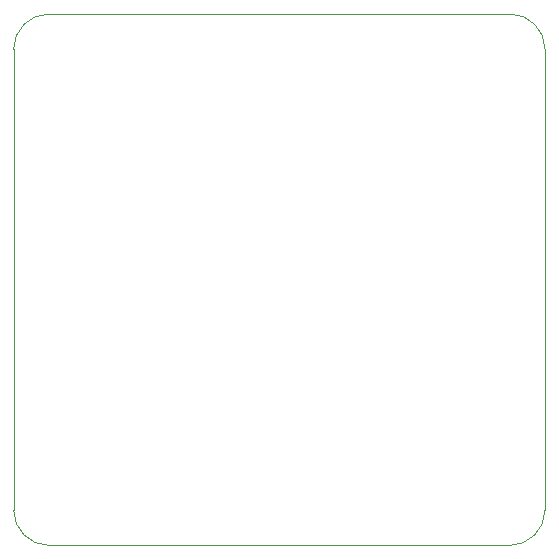
<source format=gbr>
G04 #@! TF.GenerationSoftware,KiCad,Pcbnew,5.1.6*
G04 #@! TF.CreationDate,2020-06-26T20:36:41-07:00*
G04 #@! TF.ProjectId,MegaBote,4d656761-426f-4746-952e-6b696361645f,rev?*
G04 #@! TF.SameCoordinates,Original*
G04 #@! TF.FileFunction,Profile,NP*
%FSLAX46Y46*%
G04 Gerber Fmt 4.6, Leading zero omitted, Abs format (unit mm)*
G04 Created by KiCad (PCBNEW 5.1.6) date 2020-06-26 20:36:41*
%MOMM*%
%LPD*%
G01*
G04 APERTURE LIST*
G04 #@! TA.AperFunction,Profile*
%ADD10C,0.050000*%
G04 #@! TD*
G04 APERTURE END LIST*
D10*
X173000000Y-135000000D02*
G75*
G02*
X170000000Y-132000000I0J3000000D01*
G01*
X215000000Y-132000000D02*
G75*
G02*
X212000000Y-135000000I-3000000J0D01*
G01*
X212000000Y-90000000D02*
G75*
G02*
X215000000Y-93000000I0J-3000000D01*
G01*
X170000000Y-93000000D02*
G75*
G02*
X173000000Y-90000000I3000000J0D01*
G01*
X212000000Y-90000000D02*
X173000000Y-90000000D01*
X215000000Y-132000000D02*
X215000000Y-93000000D01*
X173000000Y-135000000D02*
X212000000Y-135000000D01*
X170000000Y-93000000D02*
X170000000Y-132000000D01*
M02*

</source>
